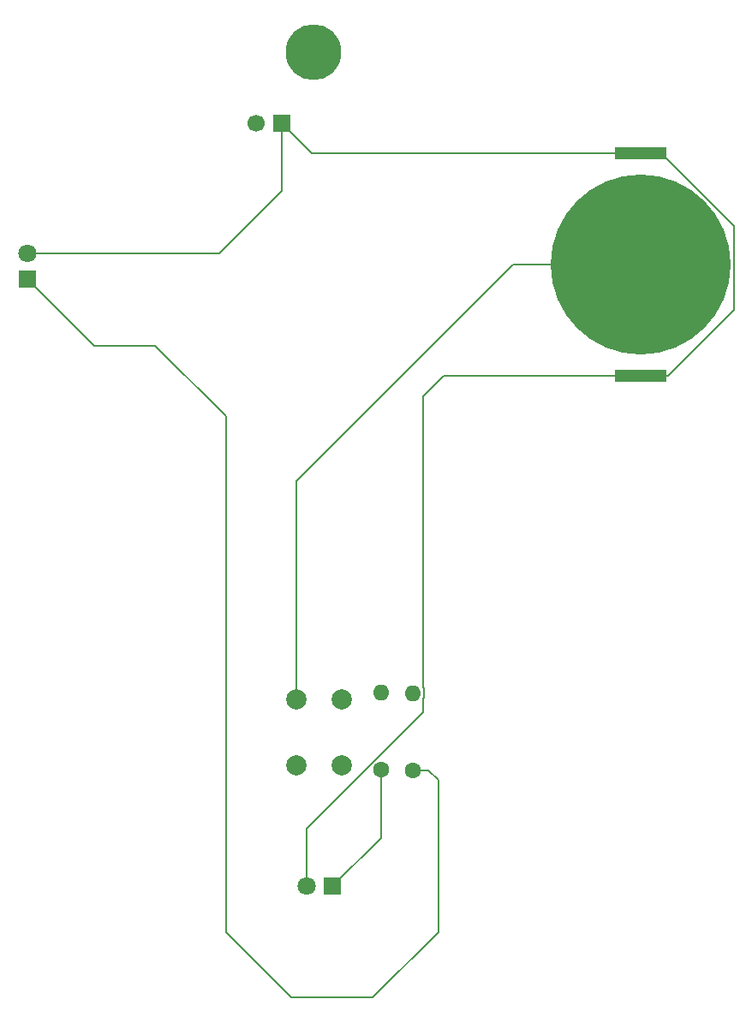
<source format=gbr>
%TF.GenerationSoftware,KiCad,Pcbnew,9.0.1*%
%TF.CreationDate,2025-04-25T02:08:01-06:00*%
%TF.ProjectId,Now were talkin,4e6f7720-7765-4726-9520-74616c6b696e,rev?*%
%TF.SameCoordinates,Original*%
%TF.FileFunction,Copper,L2,Bot*%
%TF.FilePolarity,Positive*%
%FSLAX46Y46*%
G04 Gerber Fmt 4.6, Leading zero omitted, Abs format (unit mm)*
G04 Created by KiCad (PCBNEW 9.0.1) date 2025-04-25 02:08:01*
%MOMM*%
%LPD*%
G01*
G04 APERTURE LIST*
%TA.AperFunction,SMDPad,CuDef*%
%ADD10R,5.080000X1.270000*%
%TD*%
%TA.AperFunction,SMDPad,CuDef*%
%ADD11C,17.800000*%
%TD*%
%TA.AperFunction,ComponentPad*%
%ADD12C,1.800000*%
%TD*%
%TA.AperFunction,ComponentPad*%
%ADD13R,1.800000X1.800000*%
%TD*%
%TA.AperFunction,ComponentPad*%
%ADD14C,1.700000*%
%TD*%
%TA.AperFunction,ComponentPad*%
%ADD15R,1.700000X1.700000*%
%TD*%
%TA.AperFunction,ComponentPad*%
%ADD16O,1.600000X1.600000*%
%TD*%
%TA.AperFunction,ComponentPad*%
%ADD17C,1.600000*%
%TD*%
%TA.AperFunction,ComponentPad*%
%ADD18C,2.000000*%
%TD*%
%TA.AperFunction,ViaPad*%
%ADD19C,5.500000*%
%TD*%
%TA.AperFunction,Conductor*%
%ADD20C,0.200000*%
%TD*%
G04 APERTURE END LIST*
D10*
%TO.P,BT2,1,+*%
%TO.N,Net-(BT2-+)*%
X201572711Y-95733134D03*
X201572711Y-117703134D03*
D11*
%TO.P,BT2,2,-*%
%TO.N,Net-(BT2--)*%
X201572711Y-106718134D03*
%TD*%
D12*
%TO.P,D3,2,A*%
%TO.N,Net-(BT2-+)*%
X140924867Y-105570290D03*
D13*
%TO.P,D3,1,K*%
%TO.N,Net-(D3-K)*%
X140924867Y-108110290D03*
%TD*%
D14*
%TO.P,M2,2,-*%
%TO.N,Net-(M2--)*%
X163532711Y-92718134D03*
D15*
%TO.P,M2,1,+*%
%TO.N,Net-(BT2-+)*%
X166072711Y-92718134D03*
%TD*%
D16*
%TO.P,R5,2*%
%TO.N,Net-(M2--)*%
X175887555Y-149078990D03*
D17*
%TO.P,R5,1*%
%TO.N,Net-(D4-K)*%
X175887555Y-156698990D03*
%TD*%
D16*
%TO.P,R4,2*%
%TO.N,Net-(M2--)*%
X179072711Y-149098134D03*
D17*
%TO.P,R4,1*%
%TO.N,Net-(D3-K)*%
X179072711Y-156718134D03*
%TD*%
D18*
%TO.P,SW2,2,2*%
%TO.N,Net-(BT2--)*%
X167572711Y-149718134D03*
X167572711Y-156218134D03*
%TO.P,SW2,1,1*%
%TO.N,Net-(M2--)*%
X172072711Y-149718134D03*
X172072711Y-156218134D03*
%TD*%
D13*
%TO.P,D4,1,K*%
%TO.N,Net-(D4-K)*%
X171072711Y-168218134D03*
D12*
%TO.P,D4,2,A*%
%TO.N,Net-(BT2-+)*%
X168532711Y-168218134D03*
%TD*%
D19*
%TO.N,*%
X169274652Y-85718134D03*
%TD*%
D20*
%TO.N,Net-(BT2-+)*%
X210773711Y-102906955D02*
X203599890Y-95733134D01*
X203599890Y-95733134D02*
X201572711Y-95733134D01*
X182087711Y-117703134D02*
X201572711Y-117703134D01*
X180072711Y-119718134D02*
X182087711Y-117703134D01*
X180173711Y-148642084D02*
X180072711Y-148541084D01*
X180072711Y-148541084D02*
X180072711Y-119718134D01*
X180173711Y-149554184D02*
X180173711Y-148642084D01*
X180072711Y-150956784D02*
X180072711Y-149655184D01*
X180072711Y-149655184D02*
X180173711Y-149554184D01*
X168532711Y-162496784D02*
X180072711Y-150956784D01*
X168532711Y-168218134D02*
X168532711Y-162496784D01*
X159924867Y-105570290D02*
X140924867Y-105570290D01*
X159927288Y-105572711D02*
X159924867Y-105570290D01*
X166072711Y-99427289D02*
X159927288Y-105572711D01*
X166072711Y-92718134D02*
X166072711Y-99427289D01*
X169087711Y-95733134D02*
X166072711Y-92718134D01*
X201572711Y-95733134D02*
X169087711Y-95733134D01*
%TO.N,Net-(M2--)*%
X175906699Y-149098134D02*
X175887555Y-149078990D01*
%TO.N,Net-(D4-K)*%
X175887555Y-163403290D02*
X175887555Y-156698990D01*
X171072711Y-168218134D02*
X175887555Y-163403290D01*
%TO.N,Net-(BT2--)*%
X167572711Y-128131634D02*
X167572711Y-149718134D01*
X188986211Y-106718134D02*
X167572711Y-128131634D01*
X201572711Y-106718134D02*
X188986211Y-106718134D01*
%TO.N,Net-(D3-K)*%
X147532711Y-114718134D02*
X140924867Y-108110290D01*
X153572711Y-114718134D02*
X147532711Y-114718134D01*
X160572711Y-121718134D02*
X153572711Y-114718134D01*
X181572711Y-172718134D02*
X175072711Y-179218134D01*
X181572711Y-157718134D02*
X181572711Y-172718134D01*
X180572711Y-156718134D02*
X181572711Y-157718134D01*
X167072711Y-179218134D02*
X160572711Y-172718134D01*
X178572711Y-156718134D02*
X180572711Y-156718134D01*
X175072711Y-179218134D02*
X167072711Y-179218134D01*
X160572711Y-172718134D02*
X160572711Y-121718134D01*
X179072711Y-157218134D02*
X178572711Y-156718134D01*
%TO.N,Net-(BT2-+)*%
X168532711Y-168218134D02*
X169032711Y-167718134D01*
X201572711Y-117703134D02*
X201557711Y-117718134D01*
X210773711Y-102906955D02*
X210773711Y-111242134D01*
X210773711Y-111242134D02*
X204312711Y-117703134D01*
X204312711Y-117703134D02*
X201572711Y-117703134D01*
%TD*%
M02*

</source>
